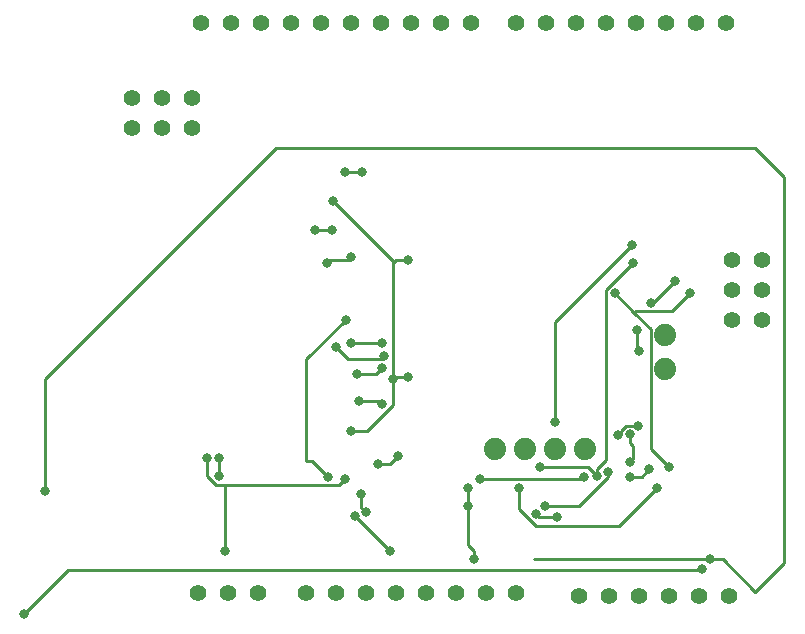
<source format=gbr>
%TF.GenerationSoftware,KiCad,Pcbnew,8.0.5*%
%TF.CreationDate,2024-11-06T15:04:28-06:00*%
%TF.ProjectId,ArduinoUnoR4Shield,41726475-696e-46f5-956e-6f5234536869,1.0*%
%TF.SameCoordinates,Original*%
%TF.FileFunction,Copper,L2,Bot*%
%TF.FilePolarity,Positive*%
%FSLAX46Y46*%
G04 Gerber Fmt 4.6, Leading zero omitted, Abs format (unit mm)*
G04 Created by KiCad (PCBNEW 8.0.5) date 2024-11-06 15:04:28*
%MOMM*%
%LPD*%
G01*
G04 APERTURE LIST*
%TA.AperFunction,ComponentPad*%
%ADD10C,1.422000*%
%TD*%
%TA.AperFunction,ComponentPad*%
%ADD11C,1.879600*%
%TD*%
%TA.AperFunction,ViaPad*%
%ADD12C,0.800000*%
%TD*%
%TA.AperFunction,Conductor*%
%ADD13C,0.250000*%
%TD*%
G04 APERTURE END LIST*
D10*
%TO.P,U2,1,BOOT*%
%TO.N,unconnected-(U2-BOOT-Pad1)*%
X134620000Y-116840000D03*
%TO.P,U2,2,IOREF*%
%TO.N,unconnected-(U2-IOREF-Pad2)*%
X137160000Y-116840000D03*
%TO.P,U2,3,Reset*%
%TO.N,unconnected-(U2-Reset-Pad3)*%
X139700000Y-116840000D03*
%TO.P,U2,4,+3V3*%
%TO.N,3.3V*%
X142240000Y-116840000D03*
%TO.P,U2,5,+5V*%
%TO.N,unconnected-(U2-+5V-Pad5)*%
X144780000Y-116840000D03*
%TO.P,U2,6,GND*%
%TO.N,GND*%
X147320000Y-116840000D03*
%TO.P,U2,7,GND*%
X149860000Y-116840000D03*
%TO.P,U2,8,VIN*%
%TO.N,unconnected-(U2-VIN-Pad8)*%
X152400000Y-116840000D03*
%TD*%
%TO.P,U6,1*%
%TO.N,N/C*%
X152400000Y-68580000D03*
%TO.P,U6,2*%
X154940000Y-68580000D03*
%TO.P,U6,3*%
X157480000Y-68580000D03*
%TO.P,U6,4*%
X160020000Y-68580000D03*
%TO.P,U6,5*%
X162560000Y-68580000D03*
%TO.P,U6,6*%
X165100000Y-68580000D03*
%TO.P,U6,7*%
X167640000Y-68580000D03*
%TO.P,U6,8*%
X170180000Y-68580000D03*
%TD*%
%TO.P,U1,1,OFF*%
%TO.N,unconnected-(U1-OFF-Pad1)*%
X125476000Y-116840000D03*
%TO.P,U1,2,GND*%
%TO.N,GND*%
X128016000Y-116840000D03*
%TO.P,U1,3,VRTC*%
%TO.N,unconnected-(U1-VRTC-Pad3)*%
X130556000Y-116840000D03*
%TD*%
%TO.P,U3,1*%
%TO.N,N/C*%
X157734000Y-117094000D03*
%TO.P,U3,2*%
X160274000Y-117094000D03*
%TO.P,U3,3*%
X162814000Y-117094000D03*
%TO.P,U3,4*%
X165354000Y-117094000D03*
%TO.P,U3,5*%
X167894000Y-117094000D03*
%TO.P,U3,6*%
X170434000Y-117094000D03*
%TD*%
D11*
%TO.P,J5,1,1*%
%TO.N,LV_INT*%
X165064800Y-97830400D03*
%TD*%
%TO.P,J3,1,1*%
%TO.N,GND*%
X150664800Y-104650800D03*
%TO.P,J3,2,2*%
%TO.N,3.3V*%
X153204800Y-104650800D03*
%TO.P,J3,3,3*%
%TO.N,/SDA*%
X155744800Y-104650800D03*
%TO.P,J3,4,4*%
%TO.N,MC_SCL*%
X158284800Y-104650800D03*
%TD*%
D10*
%TO.P,U4,1,GPIO42*%
%TO.N,unconnected-(U4-GPIO42-Pad1)*%
X119888000Y-77470000D03*
%TO.P,U4,2,GPIO41*%
%TO.N,unconnected-(U4-GPIO41-Pad2)*%
X119888000Y-74930000D03*
%TO.P,U4,3,GPIO43/TXD0*%
%TO.N,unconnected-(U4-GPIO43{slash}TXD0-Pad3)*%
X122428000Y-77470000D03*
%TO.P,U4,4,GPIO0/DOWNLOAD*%
%TO.N,unconnected-(U4-GPIO0{slash}DOWNLOAD-Pad4)*%
X122428000Y-74930000D03*
%TO.P,U4,5,GPIO44/RXD0*%
%TO.N,unconnected-(U4-GPIO44{slash}RXD0-Pad5)*%
X124968000Y-77470000D03*
%TO.P,U4,6,GND*%
%TO.N,GND*%
X124968000Y-74930000D03*
%TD*%
D11*
%TO.P,J4,1,1*%
%TO.N,1.8V*%
X165064800Y-94950800D03*
%TD*%
D10*
%TO.P,U7,1,CIPO*%
%TO.N,unconnected-(U7-CIPO-Pad1)*%
X170688000Y-88646000D03*
%TO.P,U7,2,+5V*%
%TO.N,5V*%
X173228000Y-88646000D03*
%TO.P,U7,3,SCK*%
%TO.N,unconnected-(U7-SCK-Pad3)*%
X170688000Y-91186000D03*
%TO.P,U7,4,COPI*%
%TO.N,unconnected-(U7-COPI-Pad4)*%
X173228000Y-91186000D03*
%TO.P,U7,5,RESET*%
%TO.N,Net-(U7-RESET)*%
X170688000Y-93726000D03*
%TO.P,U7,6,GND*%
%TO.N,unconnected-(U7-GND-Pad6)*%
X173228000Y-93726000D03*
%TD*%
%TO.P,U5,1,SCL*%
%TO.N,unconnected-(U5-SCL-Pad1)*%
X125730000Y-68580000D03*
%TO.P,U5,2,SDA*%
%TO.N,unconnected-(U5-SDA-Pad2)*%
X128270000Y-68580000D03*
%TO.P,U5,3,AREF*%
%TO.N,unconnected-(U5-AREF-Pad3)*%
X130810000Y-68580000D03*
%TO.P,U5,4,GND*%
%TO.N,GND*%
X133350000Y-68580000D03*
%TO.P,U5,5,D13/SCK/CANRX0*%
%TO.N,unconnected-(U5-D13{slash}SCK{slash}CANRX0-Pad5)*%
X135890000Y-68580000D03*
%TO.P,U5,6,D12/CIPO*%
%TO.N,unconnected-(U5-D12{slash}CIPO-Pad6)*%
X138430000Y-68580000D03*
%TO.P,U5,7,~D11/COPI*%
%TO.N,unconnected-(U5-~D11{slash}COPI-Pad7)*%
X140970000Y-68580000D03*
%TO.P,U5,8,~D10/CS/CANTX0*%
%TO.N,unconnected-(U5-~D10{slash}CS{slash}CANTX0-Pad8)*%
X143510000Y-68580000D03*
%TO.P,U5,9,~D9*%
%TO.N,unconnected-(U5-~D9-Pad9)*%
X146050000Y-68580000D03*
%TO.P,U5,10,D8*%
%TO.N,unconnected-(U5-D8-Pad10)*%
X148590000Y-68580000D03*
%TD*%
D12*
%TO.N,3.3V*%
X136906000Y-83638798D03*
X143256000Y-98552000D03*
X162306000Y-88900000D03*
X159258000Y-106934000D03*
X141984029Y-98686398D03*
X154432000Y-106172000D03*
X138430000Y-103124000D03*
X143256000Y-88646000D03*
%TO.N,GND*%
X127762000Y-113247000D03*
X126253997Y-105406000D03*
X158185696Y-106980999D03*
X140716000Y-105918000D03*
X154105597Y-110163597D03*
X148844000Y-113972000D03*
X139322678Y-108414601D03*
X136800400Y-86106000D03*
X141045400Y-100838000D03*
X139700000Y-109982000D03*
X135350400Y-86106000D03*
X148336000Y-109421000D03*
X142385715Y-105218809D03*
X163691999Y-106364000D03*
X162095523Y-106983038D03*
X155892903Y-110426903D03*
X139145400Y-100584000D03*
X149352000Y-107188000D03*
X137922000Y-107188000D03*
X148336000Y-107971000D03*
%TO.N,1.8V*%
X139375400Y-81187998D03*
X137925400Y-81187998D03*
%TO.N,5V*%
X167132000Y-91440000D03*
X138751314Y-110298228D03*
X165374850Y-106192851D03*
X160782000Y-91436402D03*
X152654000Y-107971000D03*
X164338000Y-107950000D03*
X141732000Y-113247000D03*
%TO.N,Net-(JP2-Pad1)*%
X137980510Y-93682145D03*
X136486669Y-106995214D03*
%TO.N,Net-(U9-LX)*%
X168148000Y-114808000D03*
X110744000Y-118618000D03*
%TO.N,Net-(U9-FB)*%
X138428653Y-88393347D03*
X136398000Y-88900000D03*
X127254000Y-105406000D03*
X127254000Y-106934000D03*
%TO.N,LV_INT*%
X160206686Y-106617772D03*
X141045400Y-95642002D03*
X141045400Y-97790000D03*
X162089000Y-105739121D03*
X138430000Y-95642002D03*
X138938000Y-98298000D03*
X154823195Y-109445999D03*
X162052000Y-103378000D03*
%TO.N,Net-(U7-RESET)*%
X112522000Y-108204000D03*
X168873000Y-113975948D03*
%TO.N,/SDA*%
X155702000Y-102362000D03*
X162190000Y-87376000D03*
%TO.N,MC_SCL*%
X162639310Y-94562286D03*
X163825347Y-92261000D03*
X161056338Y-103471073D03*
X141224000Y-96774000D03*
X137160000Y-96012000D03*
X162759108Y-102670891D03*
X162834774Y-96322582D03*
X165907653Y-90378347D03*
%TD*%
D13*
%TO.N,3.3V*%
X142118427Y-98552000D02*
X141984029Y-98686398D01*
X143256000Y-88646000D02*
X142238029Y-88646000D01*
X159258000Y-106333390D02*
X159258000Y-106934000D01*
X136906000Y-83638798D02*
X141984029Y-88716827D01*
X143256000Y-98552000D02*
X142118427Y-98552000D01*
X158496000Y-106172000D02*
X154432000Y-106172000D01*
X141984029Y-88716827D02*
X141984029Y-88900000D01*
X160020000Y-105571390D02*
X159258000Y-106333390D01*
X141984029Y-100924676D02*
X141984029Y-98686398D01*
X162306000Y-88900000D02*
X162293097Y-88900000D01*
X141984029Y-88900000D02*
X141984029Y-98686398D01*
X139784705Y-103124000D02*
X141984029Y-100924676D01*
X160020000Y-91173097D02*
X160020000Y-105571390D01*
X142238029Y-88646000D02*
X141984029Y-88900000D01*
X138430000Y-103124000D02*
X139784705Y-103124000D01*
X162293097Y-88900000D02*
X160020000Y-91173097D01*
X159258000Y-106934000D02*
X158496000Y-106172000D01*
%TO.N,GND*%
X148844000Y-113284000D02*
X148336000Y-112776000D01*
X158185696Y-106980999D02*
X157978695Y-107188000D01*
X163072961Y-106983038D02*
X163691999Y-106364000D01*
X154368903Y-110426903D02*
X154105597Y-110163597D01*
X157978695Y-107188000D02*
X149352000Y-107188000D01*
X142385715Y-105264285D02*
X142385715Y-105218809D01*
X140716000Y-105918000D02*
X141732000Y-105918000D01*
X135350400Y-86106000D02*
X136800400Y-86106000D01*
X127762000Y-107720214D02*
X137389786Y-107720214D01*
X148336000Y-112776000D02*
X148336000Y-109421000D01*
X148844000Y-113972000D02*
X148844000Y-113284000D01*
X162095523Y-106983038D02*
X163072961Y-106983038D01*
X139322678Y-109604678D02*
X139700000Y-109982000D01*
X140970000Y-100838000D02*
X141045400Y-100838000D01*
X127014909Y-107720214D02*
X127762000Y-107720214D01*
X148336000Y-109421000D02*
X148336000Y-107971000D01*
X126253997Y-105406000D02*
X126253997Y-106959302D01*
X127762000Y-113247000D02*
X127762000Y-107720214D01*
X139145400Y-100584000D02*
X140716000Y-100584000D01*
X137389786Y-107720214D02*
X137922000Y-107188000D01*
X140716000Y-100584000D02*
X140970000Y-100838000D01*
X126253997Y-106959302D02*
X127014909Y-107720214D01*
X141732000Y-105918000D02*
X142385715Y-105264285D01*
X139322678Y-108414601D02*
X139322678Y-109604678D01*
X155892903Y-110426903D02*
X154368903Y-110426903D01*
%TO.N,1.8V*%
X139192000Y-81280000D02*
X139283398Y-81280000D01*
X137925400Y-81187998D02*
X139099998Y-81187998D01*
X139099998Y-81187998D02*
X139192000Y-81280000D01*
X139283398Y-81280000D02*
X139375400Y-81187998D01*
%TO.N,5V*%
X141700086Y-113247000D02*
X138751314Y-110298228D01*
X152654000Y-109737305D02*
X152654000Y-107971000D01*
X165586000Y-92986000D02*
X162538000Y-92986000D01*
X163800000Y-104618001D02*
X163800000Y-94454402D01*
X162538000Y-92986000D02*
X162434799Y-93089201D01*
X167132000Y-91440000D02*
X165586000Y-92986000D01*
X141732000Y-113247000D02*
X141700086Y-113247000D01*
X164338000Y-107950000D02*
X161136097Y-111151903D01*
X154068598Y-111151903D02*
X152654000Y-109737305D01*
X162434799Y-93089201D02*
X160782000Y-91436402D01*
X165374850Y-106192851D02*
X163800000Y-104618001D01*
X163800000Y-94454402D02*
X162434799Y-93089201D01*
X161136097Y-111151903D02*
X154068598Y-111151903D01*
%TO.N,Net-(JP2-Pad1)*%
X134620000Y-105664000D02*
X135155455Y-105664000D01*
X135155455Y-105664000D02*
X136486669Y-106995214D01*
X134620000Y-97042655D02*
X134620000Y-105664000D01*
X137980510Y-93682145D02*
X134620000Y-97042655D01*
%TO.N,Net-(U9-LX)*%
X110744000Y-118618000D02*
X114496945Y-114865055D01*
X114496945Y-114865055D02*
X168090945Y-114865055D01*
X168090945Y-114865055D02*
X168148000Y-114808000D01*
%TO.N,Net-(U9-FB)*%
X136398000Y-88900000D02*
X136652000Y-88646000D01*
X138176000Y-88646000D02*
X138428653Y-88393347D01*
X127254000Y-106934000D02*
X127254000Y-105406000D01*
X136652000Y-88646000D02*
X138176000Y-88646000D01*
%TO.N,LV_INT*%
X140831998Y-95642002D02*
X140970000Y-95504000D01*
X140537400Y-98298000D02*
X141045400Y-97790000D01*
X140970000Y-95504000D02*
X141045400Y-95579400D01*
X162306000Y-104394000D02*
X162306000Y-105410000D01*
X138430000Y-95642002D02*
X140831998Y-95642002D01*
X160206686Y-107010619D02*
X157771306Y-109445999D01*
X141045400Y-95579400D02*
X141045400Y-95642002D01*
X162052000Y-104140000D02*
X162306000Y-104394000D01*
X162306000Y-105410000D02*
X162306000Y-105522121D01*
X162306000Y-105522121D02*
X162089000Y-105739121D01*
X157771306Y-109445999D02*
X154823195Y-109445999D01*
X138938000Y-98298000D02*
X140537400Y-98298000D01*
X162052000Y-103378000D02*
X162052000Y-104140000D01*
X160206686Y-106617772D02*
X160206686Y-107010619D01*
%TO.N,Net-(U7-RESET)*%
X169929172Y-113975948D02*
X172668224Y-116715000D01*
X153916253Y-113975948D02*
X169929172Y-113975948D01*
X172668224Y-116715000D02*
X175135000Y-114248224D01*
X172668224Y-79119000D02*
X132075966Y-79119000D01*
X112522000Y-98672966D02*
X112522000Y-108204000D01*
X175135000Y-114248224D02*
X175135000Y-81585776D01*
X175135000Y-81585776D02*
X172668224Y-79119000D01*
X132075966Y-79119000D02*
X112522000Y-98672966D01*
X168873000Y-113975948D02*
X153916253Y-113975948D01*
%TO.N,/SDA*%
X162190000Y-87376000D02*
X155702000Y-93864000D01*
X155702000Y-93864000D02*
X155702000Y-102362000D01*
%TO.N,MC_SCL*%
X137160000Y-96012000D02*
X138176000Y-97028000D01*
X164025000Y-92261000D02*
X163825347Y-92261000D01*
X162759108Y-102670891D02*
X162741217Y-102653000D01*
X140970000Y-97028000D02*
X141224000Y-96774000D01*
X162639310Y-96127118D02*
X162834774Y-96322582D01*
X161327000Y-103378000D02*
X161149411Y-103378000D01*
X162741217Y-102653000D02*
X161751695Y-102653000D01*
X165907653Y-90378347D02*
X164025000Y-92261000D01*
X138176000Y-97028000D02*
X140970000Y-97028000D01*
X162639310Y-94562286D02*
X162639310Y-96127118D01*
X161149411Y-103378000D02*
X161056338Y-103471073D01*
X161327000Y-103077695D02*
X161327000Y-103378000D01*
X161751695Y-102653000D02*
X161327000Y-103077695D01*
%TD*%
M02*

</source>
